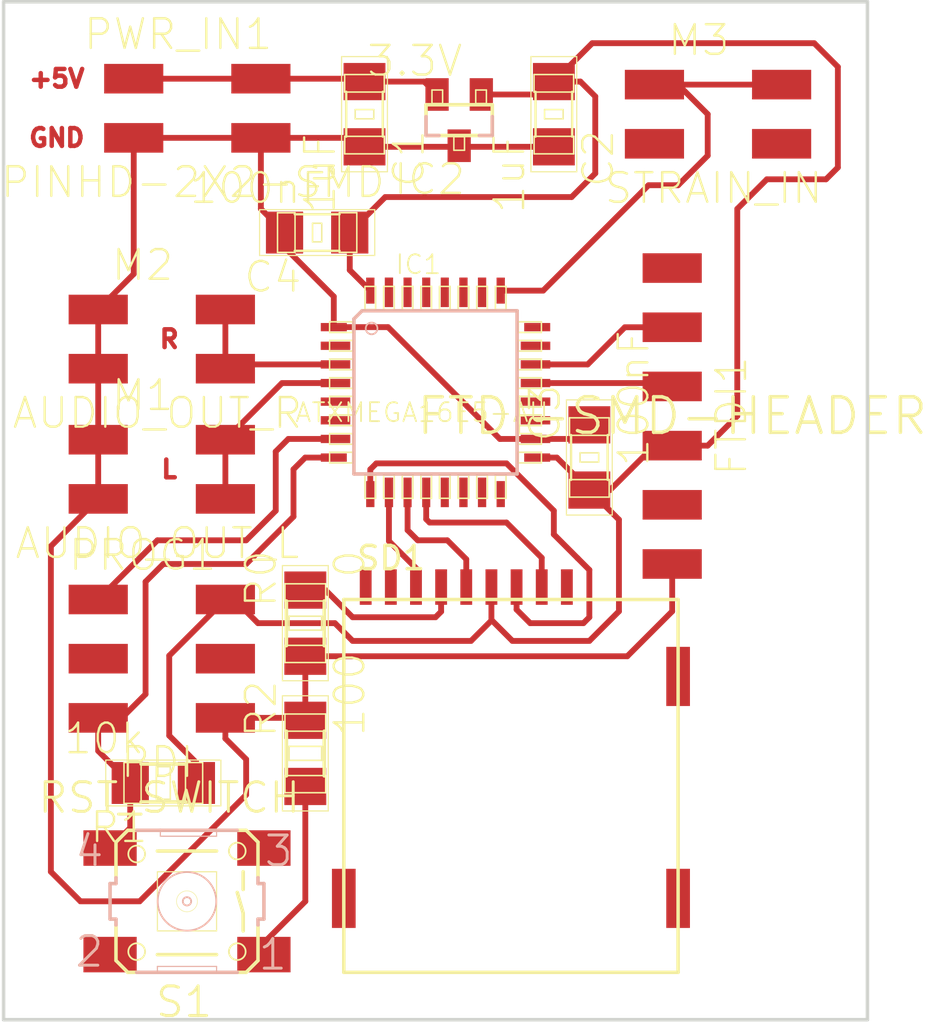
<source format=kicad_pcb>
(kicad_pcb (version 4) (host pcbnew 4.0.6)

  (general
    (links 47)
    (no_connects 1)
    (area 163.119999 100.254999 199.465001 144.220001)
    (thickness 1.6)
    (drawings 8)
    (tracks 159)
    (zones 0)
    (modules 17)
    (nets 44)
  )

  (page A4)
  (layers
    (0 F.Cu signal)
    (31 B.Cu signal)
    (32 B.Adhes user)
    (33 F.Adhes user)
    (34 B.Paste user)
    (35 F.Paste user)
    (36 B.SilkS user)
    (37 F.SilkS user)
    (38 B.Mask user)
    (39 F.Mask user)
    (40 Dwgs.User user)
    (41 Cmts.User user)
    (42 Eco1.User user)
    (43 Eco2.User user)
    (44 Edge.Cuts user)
    (45 Margin user)
    (46 B.CrtYd user)
    (47 F.CrtYd user)
    (48 B.Fab user)
    (49 F.Fab user)
  )

  (setup
    (last_trace_width 0.25)
    (trace_clearance 0.2)
    (zone_clearance 0.508)
    (zone_45_only no)
    (trace_min 0.2)
    (segment_width 0.2)
    (edge_width 0.15)
    (via_size 0.6)
    (via_drill 0.4)
    (via_min_size 0.4)
    (via_min_drill 0.3)
    (uvia_size 0.3)
    (uvia_drill 0.1)
    (uvias_allowed no)
    (uvia_min_size 0.2)
    (uvia_min_drill 0.1)
    (pcb_text_width 0.3)
    (pcb_text_size 1.5 1.5)
    (mod_edge_width 0.15)
    (mod_text_size 1 1)
    (mod_text_width 0.15)
    (pad_size 1.59766 1.80086)
    (pad_drill 0)
    (pad_to_mask_clearance 0.2)
    (aux_axis_origin 0 0)
    (visible_elements FFFFFF7F)
    (pcbplotparams
      (layerselection 0x00030_80000001)
      (usegerberextensions false)
      (excludeedgelayer true)
      (linewidth 0.100000)
      (plotframeref false)
      (viasonmask false)
      (mode 1)
      (useauxorigin false)
      (hpglpennumber 1)
      (hpglpenspeed 20)
      (hpglpendiameter 15)
      (hpglpenoverlay 2)
      (psnegative false)
      (psa4output false)
      (plotreference true)
      (plotvalue true)
      (plotinvisibletext false)
      (padsonsilk false)
      (subtractmaskfromsilk false)
      (outputformat 1)
      (mirror false)
      (drillshape 1)
      (scaleselection 1)
      (outputdirectory ""))
  )

  (net 0 "")
  (net 1 +5V)
  (net 2 GND)
  (net 3 VCC)
  (net 4 "Net-(FTDI1-Pad2)")
  (net 5 /TX)
  (net 6 /RX)
  (net 7 "Net-(FTDI1-Pad6)")
  (net 8 "Net-(IC1-Pad2)")
  (net 9 /AUDIO_R)
  (net 10 /AUDIO_L)
  (net 11 "Net-(IC1-Pad5)")
  (net 12 "Net-(IC1-Pad6)")
  (net 13 /PDI_DATA)
  (net 14 /RST/PDI_CLK)
  (net 15 /MOSI)
  (net 16 /MISO)
  (net 17 /SCK)
  (net 18 /SS)
  (net 19 "Net-(IC1-Pad13)")
  (net 20 "Net-(IC1-Pad14)")
  (net 21 "Net-(IC1-Pad15)")
  (net 22 "Net-(IC1-Pad16)")
  (net 23 "Net-(IC1-Pad19)")
  (net 24 "Net-(IC1-Pad20)")
  (net 25 "Net-(IC1-Pad23)")
  (net 26 "Net-(IC1-Pad24)")
  (net 27 "Net-(IC1-Pad26)")
  (net 28 "Net-(IC1-Pad27)")
  (net 29 "Net-(IC1-Pad28)")
  (net 30 "Net-(IC1-Pad29)")
  (net 31 "Net-(IC1-Pad30)")
  (net 32 "Net-(IC1-Pad31)")
  (net 33 "Net-(PROG1-Pad3)")
  (net 34 "Net-(PROG1-Pad4)")
  (net 35 "Net-(R2-Pad1)")
  (net 36 "Net-(S1-Pad2)")
  (net 37 "Net-(SD1-Pad9)")
  (net 38 "Net-(SD1-Pad8)")
  (net 39 "Net-(SD1-Pad1)")
  (net 40 "Net-(S1-Pad3)")
  (net 41 /STRAIN_VAL)
  (net 42 "Net-(M3-Pad3)")
  (net 43 "Net-(M3-Pad4)")

  (net_class Default "This is the default net class."
    (clearance 0.2)
    (trace_width 0.25)
    (via_dia 0.6)
    (via_drill 0.4)
    (uvia_dia 0.3)
    (uvia_drill 0.1)
    (add_net +5V)
    (add_net /AUDIO_L)
    (add_net /AUDIO_R)
    (add_net /MISO)
    (add_net /MOSI)
    (add_net /PDI_DATA)
    (add_net /RST/PDI_CLK)
    (add_net /RX)
    (add_net /SCK)
    (add_net /SS)
    (add_net /STRAIN_VAL)
    (add_net /TX)
    (add_net GND)
    (add_net "Net-(FTDI1-Pad2)")
    (add_net "Net-(FTDI1-Pad6)")
    (add_net "Net-(IC1-Pad13)")
    (add_net "Net-(IC1-Pad14)")
    (add_net "Net-(IC1-Pad15)")
    (add_net "Net-(IC1-Pad16)")
    (add_net "Net-(IC1-Pad19)")
    (add_net "Net-(IC1-Pad2)")
    (add_net "Net-(IC1-Pad20)")
    (add_net "Net-(IC1-Pad23)")
    (add_net "Net-(IC1-Pad24)")
    (add_net "Net-(IC1-Pad26)")
    (add_net "Net-(IC1-Pad27)")
    (add_net "Net-(IC1-Pad28)")
    (add_net "Net-(IC1-Pad29)")
    (add_net "Net-(IC1-Pad30)")
    (add_net "Net-(IC1-Pad31)")
    (add_net "Net-(IC1-Pad5)")
    (add_net "Net-(IC1-Pad6)")
    (add_net "Net-(M3-Pad3)")
    (add_net "Net-(M3-Pad4)")
    (add_net "Net-(PROG1-Pad3)")
    (add_net "Net-(PROG1-Pad4)")
    (add_net "Net-(R2-Pad1)")
    (add_net "Net-(S1-Pad2)")
    (add_net "Net-(S1-Pad3)")
    (add_net "Net-(SD1-Pad1)")
    (add_net "Net-(SD1-Pad8)")
    (add_net "Net-(SD1-Pad9)")
    (add_net VCC)
  )

  (module fab:fab-C1206 (layer F.Cu) (tedit 200000) (tstamp 5A2B6619)
    (at 179.07 105.41 270)
    (descr CAPACITOR)
    (tags CAPACITOR)
    (path /5A22F88D)
    (attr smd)
    (fp_text reference C1 (at 1.905 -1.905 270) (layer F.SilkS)
      (effects (font (size 1.27 1.27) (thickness 0.1016)))
    )
    (fp_text value 1uF (at 2.54 1.905 270) (layer F.SilkS)
      (effects (font (size 1.27 1.27) (thickness 0.1016)))
    )
    (fp_line (start -1.7018 0.8509) (end -0.94996 0.8509) (layer F.SilkS) (width 0.06604))
    (fp_line (start -0.94996 0.8509) (end -0.94996 -0.84836) (layer F.SilkS) (width 0.06604))
    (fp_line (start -1.7018 -0.84836) (end -0.94996 -0.84836) (layer F.SilkS) (width 0.06604))
    (fp_line (start -1.7018 0.8509) (end -1.7018 -0.84836) (layer F.SilkS) (width 0.06604))
    (fp_line (start 0.94996 0.84836) (end 1.7018 0.84836) (layer F.SilkS) (width 0.06604))
    (fp_line (start 1.7018 0.84836) (end 1.7018 -0.8509) (layer F.SilkS) (width 0.06604))
    (fp_line (start 0.94996 -0.8509) (end 1.7018 -0.8509) (layer F.SilkS) (width 0.06604))
    (fp_line (start 0.94996 0.84836) (end 0.94996 -0.8509) (layer F.SilkS) (width 0.06604))
    (fp_line (start -0.19812 0.39878) (end 0.19812 0.39878) (layer F.SilkS) (width 0.06604))
    (fp_line (start 0.19812 0.39878) (end 0.19812 -0.39878) (layer F.SilkS) (width 0.06604))
    (fp_line (start -0.19812 -0.39878) (end 0.19812 -0.39878) (layer F.SilkS) (width 0.06604))
    (fp_line (start -0.19812 0.39878) (end -0.19812 -0.39878) (layer F.SilkS) (width 0.06604))
    (fp_line (start -2.47142 -0.98298) (end 2.47142 -0.98298) (layer F.SilkS) (width 0.0508))
    (fp_line (start 2.47142 0.98298) (end -2.47142 0.98298) (layer F.SilkS) (width 0.0508))
    (fp_line (start -2.47142 0.98298) (end -2.47142 -0.98298) (layer F.SilkS) (width 0.0508))
    (fp_line (start 2.47142 -0.98298) (end 2.47142 0.98298) (layer F.SilkS) (width 0.0508))
    (fp_line (start -0.96266 -0.78486) (end 0.96266 -0.78486) (layer F.SilkS) (width 0.1016))
    (fp_line (start -0.96266 0.78486) (end 0.96266 0.78486) (layer F.SilkS) (width 0.1016))
    (pad 1 smd rect (at -1.39954 0 270) (size 1.59766 1.79832) (layers F.Cu F.Paste F.Mask)
      (net 1 +5V))
    (pad 2 smd rect (at 1.39954 0 270) (size 1.59766 1.79832) (layers F.Cu F.Paste F.Mask)
      (net 2 GND))
  )

  (module fab:fab-C1206 (layer F.Cu) (tedit 200000) (tstamp 5A2B661F)
    (at 187.198 105.41 270)
    (descr CAPACITOR)
    (tags CAPACITOR)
    (path /5A22F9AB)
    (attr smd)
    (fp_text reference C2 (at 1.905 -1.905 270) (layer F.SilkS)
      (effects (font (size 1.27 1.27) (thickness 0.1016)))
    )
    (fp_text value 1uF (at 2.54 1.905 270) (layer F.SilkS)
      (effects (font (size 1.27 1.27) (thickness 0.1016)))
    )
    (fp_line (start -1.7018 0.8509) (end -0.94996 0.8509) (layer F.SilkS) (width 0.06604))
    (fp_line (start -0.94996 0.8509) (end -0.94996 -0.84836) (layer F.SilkS) (width 0.06604))
    (fp_line (start -1.7018 -0.84836) (end -0.94996 -0.84836) (layer F.SilkS) (width 0.06604))
    (fp_line (start -1.7018 0.8509) (end -1.7018 -0.84836) (layer F.SilkS) (width 0.06604))
    (fp_line (start 0.94996 0.84836) (end 1.7018 0.84836) (layer F.SilkS) (width 0.06604))
    (fp_line (start 1.7018 0.84836) (end 1.7018 -0.8509) (layer F.SilkS) (width 0.06604))
    (fp_line (start 0.94996 -0.8509) (end 1.7018 -0.8509) (layer F.SilkS) (width 0.06604))
    (fp_line (start 0.94996 0.84836) (end 0.94996 -0.8509) (layer F.SilkS) (width 0.06604))
    (fp_line (start -0.19812 0.39878) (end 0.19812 0.39878) (layer F.SilkS) (width 0.06604))
    (fp_line (start 0.19812 0.39878) (end 0.19812 -0.39878) (layer F.SilkS) (width 0.06604))
    (fp_line (start -0.19812 -0.39878) (end 0.19812 -0.39878) (layer F.SilkS) (width 0.06604))
    (fp_line (start -0.19812 0.39878) (end -0.19812 -0.39878) (layer F.SilkS) (width 0.06604))
    (fp_line (start -2.47142 -0.98298) (end 2.47142 -0.98298) (layer F.SilkS) (width 0.0508))
    (fp_line (start 2.47142 0.98298) (end -2.47142 0.98298) (layer F.SilkS) (width 0.0508))
    (fp_line (start -2.47142 0.98298) (end -2.47142 -0.98298) (layer F.SilkS) (width 0.0508))
    (fp_line (start 2.47142 -0.98298) (end 2.47142 0.98298) (layer F.SilkS) (width 0.0508))
    (fp_line (start -0.96266 -0.78486) (end 0.96266 -0.78486) (layer F.SilkS) (width 0.1016))
    (fp_line (start -0.96266 0.78486) (end 0.96266 0.78486) (layer F.SilkS) (width 0.1016))
    (pad 1 smd rect (at -1.39954 0 270) (size 1.59766 1.79832) (layers F.Cu F.Paste F.Mask)
      (net 3 VCC))
    (pad 2 smd rect (at 1.39954 0 270) (size 1.59766 1.79832) (layers F.Cu F.Paste F.Mask)
      (net 2 GND))
  )

  (module fab:fab-C1206 (layer F.Cu) (tedit 200000) (tstamp 5A2B6625)
    (at 188.722 120.142 90)
    (descr CAPACITOR)
    (tags CAPACITOR)
    (path /5A23035B)
    (attr smd)
    (fp_text reference C3 (at 1.905 -1.905 90) (layer F.SilkS)
      (effects (font (size 1.27 1.27) (thickness 0.1016)))
    )
    (fp_text value 100nF (at 2.54 1.905 90) (layer F.SilkS)
      (effects (font (size 1.27 1.27) (thickness 0.1016)))
    )
    (fp_line (start -1.7018 0.8509) (end -0.94996 0.8509) (layer F.SilkS) (width 0.06604))
    (fp_line (start -0.94996 0.8509) (end -0.94996 -0.84836) (layer F.SilkS) (width 0.06604))
    (fp_line (start -1.7018 -0.84836) (end -0.94996 -0.84836) (layer F.SilkS) (width 0.06604))
    (fp_line (start -1.7018 0.8509) (end -1.7018 -0.84836) (layer F.SilkS) (width 0.06604))
    (fp_line (start 0.94996 0.84836) (end 1.7018 0.84836) (layer F.SilkS) (width 0.06604))
    (fp_line (start 1.7018 0.84836) (end 1.7018 -0.8509) (layer F.SilkS) (width 0.06604))
    (fp_line (start 0.94996 -0.8509) (end 1.7018 -0.8509) (layer F.SilkS) (width 0.06604))
    (fp_line (start 0.94996 0.84836) (end 0.94996 -0.8509) (layer F.SilkS) (width 0.06604))
    (fp_line (start -0.19812 0.39878) (end 0.19812 0.39878) (layer F.SilkS) (width 0.06604))
    (fp_line (start 0.19812 0.39878) (end 0.19812 -0.39878) (layer F.SilkS) (width 0.06604))
    (fp_line (start -0.19812 -0.39878) (end 0.19812 -0.39878) (layer F.SilkS) (width 0.06604))
    (fp_line (start -0.19812 0.39878) (end -0.19812 -0.39878) (layer F.SilkS) (width 0.06604))
    (fp_line (start -2.47142 -0.98298) (end 2.47142 -0.98298) (layer F.SilkS) (width 0.0508))
    (fp_line (start 2.47142 0.98298) (end -2.47142 0.98298) (layer F.SilkS) (width 0.0508))
    (fp_line (start -2.47142 0.98298) (end -2.47142 -0.98298) (layer F.SilkS) (width 0.0508))
    (fp_line (start 2.47142 -0.98298) (end 2.47142 0.98298) (layer F.SilkS) (width 0.0508))
    (fp_line (start -0.96266 -0.78486) (end 0.96266 -0.78486) (layer F.SilkS) (width 0.1016))
    (fp_line (start -0.96266 0.78486) (end 0.96266 0.78486) (layer F.SilkS) (width 0.1016))
    (pad 1 smd rect (at -1.39954 0 90) (size 1.59766 1.79832) (layers F.Cu F.Paste F.Mask)
      (net 3 VCC))
    (pad 2 smd rect (at 1.39954 0 90) (size 1.59766 1.79832) (layers F.Cu F.Paste F.Mask)
      (net 2 GND))
  )

  (module fab:fab-C1206 (layer F.Cu) (tedit 200000) (tstamp 5A2B662B)
    (at 177.038 110.49 180)
    (descr CAPACITOR)
    (tags CAPACITOR)
    (path /5A230565)
    (attr smd)
    (fp_text reference C4 (at 1.905 -1.905 180) (layer F.SilkS)
      (effects (font (size 1.27 1.27) (thickness 0.1016)))
    )
    (fp_text value 100nF (at 2.54 1.905 180) (layer F.SilkS)
      (effects (font (size 1.27 1.27) (thickness 0.1016)))
    )
    (fp_line (start -1.7018 0.8509) (end -0.94996 0.8509) (layer F.SilkS) (width 0.06604))
    (fp_line (start -0.94996 0.8509) (end -0.94996 -0.84836) (layer F.SilkS) (width 0.06604))
    (fp_line (start -1.7018 -0.84836) (end -0.94996 -0.84836) (layer F.SilkS) (width 0.06604))
    (fp_line (start -1.7018 0.8509) (end -1.7018 -0.84836) (layer F.SilkS) (width 0.06604))
    (fp_line (start 0.94996 0.84836) (end 1.7018 0.84836) (layer F.SilkS) (width 0.06604))
    (fp_line (start 1.7018 0.84836) (end 1.7018 -0.8509) (layer F.SilkS) (width 0.06604))
    (fp_line (start 0.94996 -0.8509) (end 1.7018 -0.8509) (layer F.SilkS) (width 0.06604))
    (fp_line (start 0.94996 0.84836) (end 0.94996 -0.8509) (layer F.SilkS) (width 0.06604))
    (fp_line (start -0.19812 0.39878) (end 0.19812 0.39878) (layer F.SilkS) (width 0.06604))
    (fp_line (start 0.19812 0.39878) (end 0.19812 -0.39878) (layer F.SilkS) (width 0.06604))
    (fp_line (start -0.19812 -0.39878) (end 0.19812 -0.39878) (layer F.SilkS) (width 0.06604))
    (fp_line (start -0.19812 0.39878) (end -0.19812 -0.39878) (layer F.SilkS) (width 0.06604))
    (fp_line (start -2.47142 -0.98298) (end 2.47142 -0.98298) (layer F.SilkS) (width 0.0508))
    (fp_line (start 2.47142 0.98298) (end -2.47142 0.98298) (layer F.SilkS) (width 0.0508))
    (fp_line (start -2.47142 0.98298) (end -2.47142 -0.98298) (layer F.SilkS) (width 0.0508))
    (fp_line (start 2.47142 -0.98298) (end 2.47142 0.98298) (layer F.SilkS) (width 0.0508))
    (fp_line (start -0.96266 -0.78486) (end 0.96266 -0.78486) (layer F.SilkS) (width 0.1016))
    (fp_line (start -0.96266 0.78486) (end 0.96266 0.78486) (layer F.SilkS) (width 0.1016))
    (pad 1 smd rect (at -1.39954 0 180) (size 1.59766 1.79832) (layers F.Cu F.Paste F.Mask)
      (net 3 VCC))
    (pad 2 smd rect (at 1.39954 0 180) (size 1.59766 1.79832) (layers F.Cu F.Paste F.Mask)
      (net 2 GND))
  )

  (module fab:fab-1X06SMD (layer F.Cu) (tedit 200000) (tstamp 5A2B6635)
    (at 192.278 118.364 180)
    (path /5A22F867)
    (attr smd)
    (fp_text reference FTDI1 (at -2.54 0 270) (layer F.SilkS)
      (effects (font (size 1.27 1.27) (thickness 0.1016)))
    )
    (fp_text value FTDI-SMD-HEADER (at 0 0 180) (layer F.SilkS)
      (effects (font (thickness 0.15)))
    )
    (pad 1 smd rect (at 0 -6.35 180) (size 2.54 1.27) (layers F.Cu F.Paste F.Mask)
      (net 2 GND))
    (pad 2 smd rect (at 0 -3.81 180) (size 2.54 1.27) (layers F.Cu F.Paste F.Mask)
      (net 4 "Net-(FTDI1-Pad2)"))
    (pad 3 smd rect (at 0 -1.27 180) (size 2.54 1.27) (layers F.Cu F.Paste F.Mask)
      (net 3 VCC))
    (pad 4 smd rect (at 0 1.27 180) (size 2.54 1.27) (layers F.Cu F.Paste F.Mask)
      (net 5 /TX))
    (pad 5 smd rect (at 0 3.81 180) (size 2.54 1.27) (layers F.Cu F.Paste F.Mask)
      (net 6 /RX))
    (pad 6 smd rect (at 0 6.35 180) (size 2.54 1.27) (layers F.Cu F.Paste F.Mask)
      (net 7 "Net-(FTDI1-Pad6)"))
  )

  (module fab:fab-TQFP32-08THIN (layer F.Cu) (tedit 200000) (tstamp 5A2B6659)
    (at 182.118 117.348)
    (path /5A22EE01)
    (attr smd)
    (fp_text reference IC1 (at -0.7366 -5.4864) (layer F.SilkS)
      (effects (font (size 0.8128 0.8128) (thickness 0.0762)))
    )
    (fp_text value ATXMEGA16E5-AU (at -0.5842 0.8636) (layer F.SilkS)
      (effects (font (size 0.8128 0.8128) (thickness 0.0762)))
    )
    (fp_line (start -4.5466 -2.57048) (end -3.556 -2.57048) (layer F.SilkS) (width 0.06604))
    (fp_line (start -3.556 -2.57048) (end -3.556 -3.02768) (layer F.SilkS) (width 0.06604))
    (fp_line (start -4.5466 -3.02768) (end -3.556 -3.02768) (layer F.SilkS) (width 0.06604))
    (fp_line (start -4.5466 -2.57048) (end -4.5466 -3.02768) (layer F.SilkS) (width 0.06604))
    (fp_line (start -4.5466 -1.77038) (end -3.556 -1.77038) (layer F.SilkS) (width 0.06604))
    (fp_line (start -3.556 -1.77038) (end -3.556 -2.22758) (layer F.SilkS) (width 0.06604))
    (fp_line (start -4.5466 -2.22758) (end -3.556 -2.22758) (layer F.SilkS) (width 0.06604))
    (fp_line (start -4.5466 -1.77038) (end -4.5466 -2.22758) (layer F.SilkS) (width 0.06604))
    (fp_line (start -4.5466 -0.97028) (end -3.556 -0.97028) (layer F.SilkS) (width 0.06604))
    (fp_line (start -3.556 -0.97028) (end -3.556 -1.42748) (layer F.SilkS) (width 0.06604))
    (fp_line (start -4.5466 -1.42748) (end -3.556 -1.42748) (layer F.SilkS) (width 0.06604))
    (fp_line (start -4.5466 -0.97028) (end -4.5466 -1.42748) (layer F.SilkS) (width 0.06604))
    (fp_line (start -4.5466 -0.17018) (end -3.556 -0.17018) (layer F.SilkS) (width 0.06604))
    (fp_line (start -3.556 -0.17018) (end -3.556 -0.62738) (layer F.SilkS) (width 0.06604))
    (fp_line (start -4.5466 -0.62738) (end -3.556 -0.62738) (layer F.SilkS) (width 0.06604))
    (fp_line (start -4.5466 -0.17018) (end -4.5466 -0.62738) (layer F.SilkS) (width 0.06604))
    (fp_line (start -4.5466 0.62738) (end -3.556 0.62738) (layer F.SilkS) (width 0.06604))
    (fp_line (start -3.556 0.62738) (end -3.556 0.17018) (layer F.SilkS) (width 0.06604))
    (fp_line (start -4.5466 0.17018) (end -3.556 0.17018) (layer F.SilkS) (width 0.06604))
    (fp_line (start -4.5466 0.62738) (end -4.5466 0.17018) (layer F.SilkS) (width 0.06604))
    (fp_line (start -4.5466 1.42748) (end -3.556 1.42748) (layer F.SilkS) (width 0.06604))
    (fp_line (start -3.556 1.42748) (end -3.556 0.97028) (layer F.SilkS) (width 0.06604))
    (fp_line (start -4.5466 0.97028) (end -3.556 0.97028) (layer F.SilkS) (width 0.06604))
    (fp_line (start -4.5466 1.42748) (end -4.5466 0.97028) (layer F.SilkS) (width 0.06604))
    (fp_line (start -4.5466 2.22758) (end -3.556 2.22758) (layer F.SilkS) (width 0.06604))
    (fp_line (start -3.556 2.22758) (end -3.556 1.77038) (layer F.SilkS) (width 0.06604))
    (fp_line (start -4.5466 1.77038) (end -3.556 1.77038) (layer F.SilkS) (width 0.06604))
    (fp_line (start -4.5466 2.22758) (end -4.5466 1.77038) (layer F.SilkS) (width 0.06604))
    (fp_line (start -4.5466 3.02768) (end -3.556 3.02768) (layer F.SilkS) (width 0.06604))
    (fp_line (start -3.556 3.02768) (end -3.556 2.57048) (layer F.SilkS) (width 0.06604))
    (fp_line (start -4.5466 2.57048) (end -3.556 2.57048) (layer F.SilkS) (width 0.06604))
    (fp_line (start -4.5466 3.02768) (end -4.5466 2.57048) (layer F.SilkS) (width 0.06604))
    (fp_line (start -3.02768 4.5466) (end -2.57048 4.5466) (layer F.SilkS) (width 0.06604))
    (fp_line (start -2.57048 4.5466) (end -2.57048 3.556) (layer F.SilkS) (width 0.06604))
    (fp_line (start -3.02768 3.556) (end -2.57048 3.556) (layer F.SilkS) (width 0.06604))
    (fp_line (start -3.02768 4.5466) (end -3.02768 3.556) (layer F.SilkS) (width 0.06604))
    (fp_line (start -2.22758 4.5466) (end -1.77038 4.5466) (layer F.SilkS) (width 0.06604))
    (fp_line (start -1.77038 4.5466) (end -1.77038 3.556) (layer F.SilkS) (width 0.06604))
    (fp_line (start -2.22758 3.556) (end -1.77038 3.556) (layer F.SilkS) (width 0.06604))
    (fp_line (start -2.22758 4.5466) (end -2.22758 3.556) (layer F.SilkS) (width 0.06604))
    (fp_line (start -1.42748 4.5466) (end -0.97028 4.5466) (layer F.SilkS) (width 0.06604))
    (fp_line (start -0.97028 4.5466) (end -0.97028 3.556) (layer F.SilkS) (width 0.06604))
    (fp_line (start -1.42748 3.556) (end -0.97028 3.556) (layer F.SilkS) (width 0.06604))
    (fp_line (start -1.42748 4.5466) (end -1.42748 3.556) (layer F.SilkS) (width 0.06604))
    (fp_line (start -0.62738 4.5466) (end -0.17018 4.5466) (layer F.SilkS) (width 0.06604))
    (fp_line (start -0.17018 4.5466) (end -0.17018 3.556) (layer F.SilkS) (width 0.06604))
    (fp_line (start -0.62738 3.556) (end -0.17018 3.556) (layer F.SilkS) (width 0.06604))
    (fp_line (start -0.62738 4.5466) (end -0.62738 3.556) (layer F.SilkS) (width 0.06604))
    (fp_line (start 0.17018 4.5466) (end 0.62738 4.5466) (layer F.SilkS) (width 0.06604))
    (fp_line (start 0.62738 4.5466) (end 0.62738 3.556) (layer F.SilkS) (width 0.06604))
    (fp_line (start 0.17018 3.556) (end 0.62738 3.556) (layer F.SilkS) (width 0.06604))
    (fp_line (start 0.17018 4.5466) (end 0.17018 3.556) (layer F.SilkS) (width 0.06604))
    (fp_line (start 0.97028 4.5466) (end 1.42748 4.5466) (layer F.SilkS) (width 0.06604))
    (fp_line (start 1.42748 4.5466) (end 1.42748 3.556) (layer F.SilkS) (width 0.06604))
    (fp_line (start 0.97028 3.556) (end 1.42748 3.556) (layer F.SilkS) (width 0.06604))
    (fp_line (start 0.97028 4.5466) (end 0.97028 3.556) (layer F.SilkS) (width 0.06604))
    (fp_line (start 1.77038 4.5466) (end 2.22758 4.5466) (layer F.SilkS) (width 0.06604))
    (fp_line (start 2.22758 4.5466) (end 2.22758 3.556) (layer F.SilkS) (width 0.06604))
    (fp_line (start 1.77038 3.556) (end 2.22758 3.556) (layer F.SilkS) (width 0.06604))
    (fp_line (start 1.77038 4.5466) (end 1.77038 3.556) (layer F.SilkS) (width 0.06604))
    (fp_line (start 2.57048 4.5466) (end 3.02768 4.5466) (layer F.SilkS) (width 0.06604))
    (fp_line (start 3.02768 4.5466) (end 3.02768 3.556) (layer F.SilkS) (width 0.06604))
    (fp_line (start 2.57048 3.556) (end 3.02768 3.556) (layer F.SilkS) (width 0.06604))
    (fp_line (start 2.57048 4.5466) (end 2.57048 3.556) (layer F.SilkS) (width 0.06604))
    (fp_line (start 3.556 3.02768) (end 4.5466 3.02768) (layer F.SilkS) (width 0.06604))
    (fp_line (start 4.5466 3.02768) (end 4.5466 2.57048) (layer F.SilkS) (width 0.06604))
    (fp_line (start 3.556 2.57048) (end 4.5466 2.57048) (layer F.SilkS) (width 0.06604))
    (fp_line (start 3.556 3.02768) (end 3.556 2.57048) (layer F.SilkS) (width 0.06604))
    (fp_line (start 3.556 2.22758) (end 4.5466 2.22758) (layer F.SilkS) (width 0.06604))
    (fp_line (start 4.5466 2.22758) (end 4.5466 1.77038) (layer F.SilkS) (width 0.06604))
    (fp_line (start 3.556 1.77038) (end 4.5466 1.77038) (layer F.SilkS) (width 0.06604))
    (fp_line (start 3.556 2.22758) (end 3.556 1.77038) (layer F.SilkS) (width 0.06604))
    (fp_line (start 3.556 1.42748) (end 4.5466 1.42748) (layer F.SilkS) (width 0.06604))
    (fp_line (start 4.5466 1.42748) (end 4.5466 0.97028) (layer F.SilkS) (width 0.06604))
    (fp_line (start 3.556 0.97028) (end 4.5466 0.97028) (layer F.SilkS) (width 0.06604))
    (fp_line (start 3.556 1.42748) (end 3.556 0.97028) (layer F.SilkS) (width 0.06604))
    (fp_line (start 3.556 0.62738) (end 4.5466 0.62738) (layer F.SilkS) (width 0.06604))
    (fp_line (start 4.5466 0.62738) (end 4.5466 0.17018) (layer F.SilkS) (width 0.06604))
    (fp_line (start 3.556 0.17018) (end 4.5466 0.17018) (layer F.SilkS) (width 0.06604))
    (fp_line (start 3.556 0.62738) (end 3.556 0.17018) (layer F.SilkS) (width 0.06604))
    (fp_line (start 3.556 -0.17018) (end 4.5466 -0.17018) (layer F.SilkS) (width 0.06604))
    (fp_line (start 4.5466 -0.17018) (end 4.5466 -0.62738) (layer F.SilkS) (width 0.06604))
    (fp_line (start 3.556 -0.62738) (end 4.5466 -0.62738) (layer F.SilkS) (width 0.06604))
    (fp_line (start 3.556 -0.17018) (end 3.556 -0.62738) (layer F.SilkS) (width 0.06604))
    (fp_line (start 3.556 -0.97028) (end 4.5466 -0.97028) (layer F.SilkS) (width 0.06604))
    (fp_line (start 4.5466 -0.97028) (end 4.5466 -1.42748) (layer F.SilkS) (width 0.06604))
    (fp_line (start 3.556 -1.42748) (end 4.5466 -1.42748) (layer F.SilkS) (width 0.06604))
    (fp_line (start 3.556 -0.97028) (end 3.556 -1.42748) (layer F.SilkS) (width 0.06604))
    (fp_line (start 3.556 -1.77038) (end 4.5466 -1.77038) (layer F.SilkS) (width 0.06604))
    (fp_line (start 4.5466 -1.77038) (end 4.5466 -2.22758) (layer F.SilkS) (width 0.06604))
    (fp_line (start 3.556 -2.22758) (end 4.5466 -2.22758) (layer F.SilkS) (width 0.06604))
    (fp_line (start 3.556 -1.77038) (end 3.556 -2.22758) (layer F.SilkS) (width 0.06604))
    (fp_line (start 3.556 -2.57048) (end 4.5466 -2.57048) (layer F.SilkS) (width 0.06604))
    (fp_line (start 4.5466 -2.57048) (end 4.5466 -3.02768) (layer F.SilkS) (width 0.06604))
    (fp_line (start 3.556 -3.02768) (end 4.5466 -3.02768) (layer F.SilkS) (width 0.06604))
    (fp_line (start 3.556 -2.57048) (end 3.556 -3.02768) (layer F.SilkS) (width 0.06604))
    (fp_line (start 2.57048 -3.556) (end 3.02768 -3.556) (layer F.SilkS) (width 0.06604))
    (fp_line (start 3.02768 -3.556) (end 3.02768 -4.5466) (layer F.SilkS) (width 0.06604))
    (fp_line (start 2.57048 -4.5466) (end 3.02768 -4.5466) (layer F.SilkS) (width 0.06604))
    (fp_line (start 2.57048 -3.556) (end 2.57048 -4.5466) (layer F.SilkS) (width 0.06604))
    (fp_line (start 1.77038 -3.556) (end 2.22758 -3.556) (layer F.SilkS) (width 0.06604))
    (fp_line (start 2.22758 -3.556) (end 2.22758 -4.5466) (layer F.SilkS) (width 0.06604))
    (fp_line (start 1.77038 -4.5466) (end 2.22758 -4.5466) (layer F.SilkS) (width 0.06604))
    (fp_line (start 1.77038 -3.556) (end 1.77038 -4.5466) (layer F.SilkS) (width 0.06604))
    (fp_line (start 0.97028 -3.556) (end 1.42748 -3.556) (layer F.SilkS) (width 0.06604))
    (fp_line (start 1.42748 -3.556) (end 1.42748 -4.5466) (layer F.SilkS) (width 0.06604))
    (fp_line (start 0.97028 -4.5466) (end 1.42748 -4.5466) (layer F.SilkS) (width 0.06604))
    (fp_line (start 0.97028 -3.556) (end 0.97028 -4.5466) (layer F.SilkS) (width 0.06604))
    (fp_line (start 0.17018 -3.556) (end 0.62738 -3.556) (layer F.SilkS) (width 0.06604))
    (fp_line (start 0.62738 -3.556) (end 0.62738 -4.5466) (layer F.SilkS) (width 0.06604))
    (fp_line (start 0.17018 -4.5466) (end 0.62738 -4.5466) (layer F.SilkS) (width 0.06604))
    (fp_line (start 0.17018 -3.556) (end 0.17018 -4.5466) (layer F.SilkS) (width 0.06604))
    (fp_line (start -0.62738 -3.556) (end -0.17018 -3.556) (layer F.SilkS) (width 0.06604))
    (fp_line (start -0.17018 -3.556) (end -0.17018 -4.5466) (layer F.SilkS) (width 0.06604))
    (fp_line (start -0.62738 -4.5466) (end -0.17018 -4.5466) (layer F.SilkS) (width 0.06604))
    (fp_line (start -0.62738 -3.556) (end -0.62738 -4.5466) (layer F.SilkS) (width 0.06604))
    (fp_line (start -1.42748 -3.556) (end -0.97028 -3.556) (layer F.SilkS) (width 0.06604))
    (fp_line (start -0.97028 -3.556) (end -0.97028 -4.5466) (layer F.SilkS) (width 0.06604))
    (fp_line (start -1.42748 -4.5466) (end -0.97028 -4.5466) (layer F.SilkS) (width 0.06604))
    (fp_line (start -1.42748 -3.556) (end -1.42748 -4.5466) (layer F.SilkS) (width 0.06604))
    (fp_line (start -2.22758 -3.556) (end -1.77038 -3.556) (layer F.SilkS) (width 0.06604))
    (fp_line (start -1.77038 -3.556) (end -1.77038 -4.5466) (layer F.SilkS) (width 0.06604))
    (fp_line (start -2.22758 -4.5466) (end -1.77038 -4.5466) (layer F.SilkS) (width 0.06604))
    (fp_line (start -2.22758 -3.556) (end -2.22758 -4.5466) (layer F.SilkS) (width 0.06604))
    (fp_line (start -3.02768 -3.556) (end -2.57048 -3.556) (layer F.SilkS) (width 0.06604))
    (fp_line (start -2.57048 -3.556) (end -2.57048 -4.5466) (layer F.SilkS) (width 0.06604))
    (fp_line (start -3.02768 -4.5466) (end -2.57048 -4.5466) (layer F.SilkS) (width 0.06604))
    (fp_line (start -3.02768 -3.556) (end -3.02768 -4.5466) (layer F.SilkS) (width 0.06604))
    (fp_line (start 3.50266 -3.50266) (end 3.50266 3.50266) (layer B.SilkS) (width 0.1524))
    (fp_line (start 3.50266 3.50266) (end -3.50266 3.50266) (layer B.SilkS) (width 0.1524))
    (fp_line (start -3.50266 3.50266) (end -3.50266 -3.1496) (layer B.SilkS) (width 0.1524))
    (fp_line (start -3.1496 -3.50266) (end 3.50266 -3.50266) (layer B.SilkS) (width 0.1524))
    (fp_line (start -3.1496 -3.50266) (end -3.50266 -3.1496) (layer B.SilkS) (width 0.1524))
    (fp_circle (center -2.7432 -2.7432) (end -2.921 -2.921) (layer B.SilkS) (width 0.0762))
    (pad 1 smd rect (at -4.36626 -2.79908) (size 1.1176 0.3556) (layers F.Cu F.Paste F.Mask)
      (net 2 GND))
    (pad 2 smd rect (at -4.2926 -1.99898) (size 1.27 0.3556) (layers F.Cu F.Paste F.Mask)
      (net 8 "Net-(IC1-Pad2)"))
    (pad 3 smd rect (at -4.2926 -1.19888) (size 1.27 0.3556) (layers F.Cu F.Paste F.Mask)
      (net 9 /AUDIO_R))
    (pad 4 smd rect (at -4.2926 -0.39878) (size 1.27 0.3556) (layers F.Cu F.Paste F.Mask)
      (net 10 /AUDIO_L))
    (pad 5 smd rect (at -4.2926 0.39878) (size 1.27 0.3556) (layers F.Cu F.Paste F.Mask)
      (net 11 "Net-(IC1-Pad5)"))
    (pad 6 smd rect (at -4.2926 1.19888) (size 1.27 0.3556) (layers F.Cu F.Paste F.Mask)
      (net 12 "Net-(IC1-Pad6)"))
    (pad 7 smd rect (at -4.2926 1.99898) (size 1.27 0.3556) (layers F.Cu F.Paste F.Mask)
      (net 13 /PDI_DATA))
    (pad 8 smd rect (at -4.36626 2.79908) (size 1.1176 0.3556) (layers F.Cu F.Paste F.Mask)
      (net 14 /RST/PDI_CLK))
    (pad 9 smd rect (at -2.79908 4.36626) (size 0.3556 1.1176) (layers F.Cu F.Paste F.Mask)
      (net 15 /MOSI))
    (pad 10 smd rect (at -1.99898 4.2926) (size 0.3556 1.27) (layers F.Cu F.Paste F.Mask)
      (net 16 /MISO))
    (pad 11 smd rect (at -1.19888 4.2926) (size 0.34798 1.27) (layers F.Cu F.Paste F.Mask)
      (net 17 /SCK))
    (pad 12 smd rect (at -0.39878 4.2926) (size 0.34798 1.27) (layers F.Cu F.Paste F.Mask)
      (net 18 /SS))
    (pad 13 smd rect (at 0.39878 4.2926) (size 0.34798 1.27) (layers F.Cu F.Paste F.Mask)
      (net 19 "Net-(IC1-Pad13)"))
    (pad 14 smd rect (at 1.19888 4.2926) (size 0.3556 1.27) (layers F.Cu F.Paste F.Mask)
      (net 20 "Net-(IC1-Pad14)"))
    (pad 15 smd rect (at 1.99898 4.2926) (size 0.3556 1.27) (layers F.Cu F.Paste F.Mask)
      (net 21 "Net-(IC1-Pad15)"))
    (pad 16 smd rect (at 2.79908 4.36626) (size 0.3556 1.1176) (layers F.Cu F.Paste F.Mask)
      (net 22 "Net-(IC1-Pad16)"))
    (pad 17 smd rect (at 4.36626 2.79908) (size 1.1176 0.3556) (layers F.Cu F.Paste F.Mask)
      (net 3 VCC))
    (pad 18 smd rect (at 4.2926 1.99898) (size 1.27 0.3556) (layers F.Cu F.Paste F.Mask)
      (net 2 GND))
    (pad 19 smd rect (at 4.2926 1.19888) (size 1.27 0.3556) (layers F.Cu F.Paste F.Mask)
      (net 23 "Net-(IC1-Pad19)"))
    (pad 20 smd rect (at 4.2926 0.39878) (size 1.27 0.3556) (layers F.Cu F.Paste F.Mask)
      (net 24 "Net-(IC1-Pad20)"))
    (pad 21 smd rect (at 4.2926 -0.39878) (size 1.27 0.3556) (layers F.Cu F.Paste F.Mask)
      (net 5 /TX))
    (pad 22 smd rect (at 4.2926 -1.19888) (size 1.27 0.3556) (layers F.Cu F.Paste F.Mask)
      (net 6 /RX))
    (pad 23 smd rect (at 4.2926 -1.99898) (size 1.27 0.3556) (layers F.Cu F.Paste F.Mask)
      (net 25 "Net-(IC1-Pad23)"))
    (pad 24 smd rect (at 4.36626 -2.79908) (size 1.1176 0.3556) (layers F.Cu F.Paste F.Mask)
      (net 26 "Net-(IC1-Pad24)"))
    (pad 25 smd rect (at 2.79908 -4.36626) (size 0.3556 1.1176) (layers F.Cu F.Paste F.Mask)
      (net 41 /STRAIN_VAL))
    (pad 26 smd rect (at 1.99898 -4.2926) (size 0.3556 1.27) (layers F.Cu F.Paste F.Mask)
      (net 27 "Net-(IC1-Pad26)"))
    (pad 27 smd rect (at 1.19888 -4.2926) (size 0.3556 1.27) (layers F.Cu F.Paste F.Mask)
      (net 28 "Net-(IC1-Pad27)"))
    (pad 28 smd rect (at 0.39878 -4.2926) (size 0.34798 1.27) (layers F.Cu F.Paste F.Mask)
      (net 29 "Net-(IC1-Pad28)"))
    (pad 29 smd rect (at -0.39878 -4.2926) (size 0.34798 1.27) (layers F.Cu F.Paste F.Mask)
      (net 30 "Net-(IC1-Pad29)"))
    (pad 30 smd rect (at -1.19888 -4.2926) (size 0.34798 1.27) (layers F.Cu F.Paste F.Mask)
      (net 31 "Net-(IC1-Pad30)"))
    (pad 31 smd rect (at -1.99898 -4.2926) (size 0.3556 1.27) (layers F.Cu F.Paste F.Mask)
      (net 32 "Net-(IC1-Pad31)"))
    (pad 32 smd rect (at -2.79908 -4.36626) (size 0.3556 1.1176) (layers F.Cu F.Paste F.Mask)
      (net 3 VCC))
  )

  (module fab:fab-SOT23 (layer F.Cu) (tedit 200000) (tstamp 5A2B6660)
    (at 183.134 105.664 180)
    (descr "SOT 23")
    (tags "SOT 23")
    (path /5A22EEB4)
    (attr smd)
    (fp_text reference IC2 (at 1.27 -2.54 180) (layer F.SilkS)
      (effects (font (size 1.27 1.27) (thickness 0.1016)))
    )
    (fp_text value 3.3V (at 1.905 2.54 180) (layer F.SilkS)
      (effects (font (size 1.27 1.27) (thickness 0.1016)))
    )
    (fp_line (start -0.2286 -0.7112) (end 0.2286 -0.7112) (layer F.SilkS) (width 0.06604))
    (fp_line (start 0.2286 -0.7112) (end 0.2286 -1.29286) (layer F.SilkS) (width 0.06604))
    (fp_line (start -0.2286 -1.29286) (end 0.2286 -1.29286) (layer F.SilkS) (width 0.06604))
    (fp_line (start -0.2286 -0.7112) (end -0.2286 -1.29286) (layer F.SilkS) (width 0.06604))
    (fp_line (start 0.7112 1.29286) (end 1.1684 1.29286) (layer F.SilkS) (width 0.06604))
    (fp_line (start 1.1684 1.29286) (end 1.1684 0.7112) (layer F.SilkS) (width 0.06604))
    (fp_line (start 0.7112 0.7112) (end 1.1684 0.7112) (layer F.SilkS) (width 0.06604))
    (fp_line (start 0.7112 1.29286) (end 0.7112 0.7112) (layer F.SilkS) (width 0.06604))
    (fp_line (start -1.1684 1.29286) (end -0.7112 1.29286) (layer F.SilkS) (width 0.06604))
    (fp_line (start -0.7112 1.29286) (end -0.7112 0.7112) (layer F.SilkS) (width 0.06604))
    (fp_line (start -1.1684 0.7112) (end -0.7112 0.7112) (layer F.SilkS) (width 0.06604))
    (fp_line (start -1.1684 1.29286) (end -1.1684 0.7112) (layer F.SilkS) (width 0.06604))
    (fp_line (start 1.4224 -0.6604) (end 1.4224 0.6604) (layer F.SilkS) (width 0.1524))
    (fp_line (start 1.4224 0.6604) (end -1.4224 0.6604) (layer F.SilkS) (width 0.1524))
    (fp_line (start -1.4224 0.6604) (end -1.4224 -0.6604) (layer F.SilkS) (width 0.1524))
    (fp_line (start -1.4224 -0.6604) (end 1.4224 -0.6604) (layer F.SilkS) (width 0.1524))
    (fp_line (start -1.4224 0.1524) (end -1.4224 -0.6604) (layer B.SilkS) (width 0.1524))
    (fp_line (start -1.4224 -0.6604) (end -0.8636 -0.6604) (layer B.SilkS) (width 0.1524))
    (fp_line (start 1.4224 -0.6604) (end 1.4224 0.1524) (layer B.SilkS) (width 0.1524))
    (fp_line (start 0.8636 -0.6604) (end 1.4224 -0.6604) (layer B.SilkS) (width 0.1524))
    (pad 1 smd rect (at -0.94996 1.09982 180) (size 0.99822 1.39954) (layers F.Cu F.Paste F.Mask)
      (net 3 VCC))
    (pad 2 smd rect (at 0.94996 1.09982 180) (size 0.99822 1.39954) (layers F.Cu F.Paste F.Mask)
      (net 1 +5V))
    (pad 3 smd rect (at 0 -1.09982 180) (size 0.99822 1.39954) (layers F.Cu F.Paste F.Mask)
      (net 2 GND))
  )

  (module fab:fab-2X02SMD (layer F.Cu) (tedit 200000) (tstamp 5A2B6668)
    (at 170.18 120.65)
    (path /5A25912E)
    (attr smd)
    (fp_text reference M1 (at -0.635 -3.175) (layer F.SilkS)
      (effects (font (size 1.27 1.27) (thickness 0.1016)))
    )
    (fp_text value AUDIO_OUT_L (at 0 3.175) (layer F.SilkS)
      (effects (font (size 1.27 1.27) (thickness 0.1016)))
    )
    (pad 1 smd rect (at -2.54 -1.27) (size 2.54 1.27) (layers F.Cu F.Paste F.Mask)
      (net 2 GND))
    (pad 2 smd rect (at 2.91846 -1.27) (size 2.54 1.27) (layers F.Cu F.Paste F.Mask)
      (net 10 /AUDIO_L))
    (pad 3 smd rect (at -2.54 1.27) (size 2.54 1.27) (layers F.Cu F.Paste F.Mask)
      (net 2 GND))
    (pad 4 smd rect (at 2.91846 1.27) (size 2.54 1.27) (layers F.Cu F.Paste F.Mask)
      (net 10 /AUDIO_L))
  )

  (module fab:fab-2X02SMD (layer F.Cu) (tedit 200000) (tstamp 5A2B6670)
    (at 170.18 115.062)
    (path /5A259674)
    (attr smd)
    (fp_text reference M2 (at -0.635 -3.175) (layer F.SilkS)
      (effects (font (size 1.27 1.27) (thickness 0.1016)))
    )
    (fp_text value AUDIO_OUT_R (at 0 3.175) (layer F.SilkS)
      (effects (font (size 1.27 1.27) (thickness 0.1016)))
    )
    (pad 1 smd rect (at -2.54 -1.27) (size 2.54 1.27) (layers F.Cu F.Paste F.Mask)
      (net 2 GND))
    (pad 2 smd rect (at 2.91846 -1.27) (size 2.54 1.27) (layers F.Cu F.Paste F.Mask)
      (net 9 /AUDIO_R))
    (pad 3 smd rect (at -2.54 1.27) (size 2.54 1.27) (layers F.Cu F.Paste F.Mask)
      (net 2 GND))
    (pad 4 smd rect (at 2.91846 1.27) (size 2.54 1.27) (layers F.Cu F.Paste F.Mask)
      (net 9 /AUDIO_R))
  )

  (module fab:fab-2X03SMD (layer F.Cu) (tedit 200000) (tstamp 5A2B667A)
    (at 170.18 128.778)
    (path /5A22F7F7)
    (attr smd)
    (fp_text reference PROG1 (at -0.635 -4.445) (layer F.SilkS)
      (effects (font (size 1.27 1.27) (thickness 0.1016)))
    )
    (fp_text value PDI (at 0 4.445) (layer F.SilkS)
      (effects (font (size 1.27 1.27) (thickness 0.1016)))
    )
    (pad 1 smd rect (at -2.54 -2.54) (size 2.54 1.27) (layers F.Cu F.Paste F.Mask)
      (net 13 /PDI_DATA))
    (pad 2 smd rect (at 2.91846 -2.54) (size 2.54 1.27) (layers F.Cu F.Paste F.Mask)
      (net 3 VCC))
    (pad 3 smd rect (at -2.54 0) (size 2.54 1.27) (layers F.Cu F.Paste F.Mask)
      (net 33 "Net-(PROG1-Pad3)"))
    (pad 4 smd rect (at 2.91846 0) (size 2.54 1.27) (layers F.Cu F.Paste F.Mask)
      (net 34 "Net-(PROG1-Pad4)"))
    (pad 5 smd rect (at -2.54 2.54) (size 2.54 1.27) (layers F.Cu F.Paste F.Mask)
      (net 14 /RST/PDI_CLK))
    (pad 6 smd rect (at 2.91846 2.54) (size 2.54 1.27) (layers F.Cu F.Paste F.Mask)
      (net 2 GND))
  )

  (module fab:fab-R1206 (layer F.Cu) (tedit 200000) (tstamp 5A2B6680)
    (at 170.434 134.112 180)
    (descr RESISTOR)
    (tags RESISTOR)
    (path /5A22F8BE)
    (attr smd)
    (fp_text reference R1 (at 1.905 -1.905 180) (layer F.SilkS)
      (effects (font (size 1.27 1.27) (thickness 0.1016)))
    )
    (fp_text value 10k (at 2.54 1.905 180) (layer F.SilkS)
      (effects (font (size 1.27 1.27) (thickness 0.1016)))
    )
    (fp_line (start -1.6891 0.8763) (end -0.9525 0.8763) (layer F.SilkS) (width 0.06604))
    (fp_line (start -0.9525 0.8763) (end -0.9525 -0.8763) (layer F.SilkS) (width 0.06604))
    (fp_line (start -1.6891 -0.8763) (end -0.9525 -0.8763) (layer F.SilkS) (width 0.06604))
    (fp_line (start -1.6891 0.8763) (end -1.6891 -0.8763) (layer F.SilkS) (width 0.06604))
    (fp_line (start 0.9525 0.8763) (end 1.6891 0.8763) (layer F.SilkS) (width 0.06604))
    (fp_line (start 1.6891 0.8763) (end 1.6891 -0.8763) (layer F.SilkS) (width 0.06604))
    (fp_line (start 0.9525 -0.8763) (end 1.6891 -0.8763) (layer F.SilkS) (width 0.06604))
    (fp_line (start 0.9525 0.8763) (end 0.9525 -0.8763) (layer F.SilkS) (width 0.06604))
    (fp_line (start -0.29972 0.6985) (end 0.29972 0.6985) (layer F.SilkS) (width 0.06604))
    (fp_line (start 0.29972 0.6985) (end 0.29972 -0.6985) (layer F.SilkS) (width 0.06604))
    (fp_line (start -0.29972 -0.6985) (end 0.29972 -0.6985) (layer F.SilkS) (width 0.06604))
    (fp_line (start -0.29972 0.6985) (end -0.29972 -0.6985) (layer F.SilkS) (width 0.06604))
    (fp_line (start 0.9525 0.8128) (end -0.9652 0.8128) (layer F.SilkS) (width 0.1524))
    (fp_line (start 0.9525 -0.8128) (end -0.9652 -0.8128) (layer F.SilkS) (width 0.1524))
    (fp_line (start -2.47142 -0.98298) (end 2.47142 -0.98298) (layer F.SilkS) (width 0.0508))
    (fp_line (start 2.47142 -0.98298) (end 2.47142 0.98298) (layer F.SilkS) (width 0.0508))
    (fp_line (start 2.47142 0.98298) (end -2.47142 0.98298) (layer F.SilkS) (width 0.0508))
    (fp_line (start -2.47142 0.98298) (end -2.47142 -0.98298) (layer F.SilkS) (width 0.0508))
    (pad 1 smd rect (at -1.41986 0 180) (size 1.59766 1.80086) (layers F.Cu F.Paste F.Mask)
      (net 3 VCC))
    (pad 2 smd rect (at 1.41986 0 180) (size 1.59766 1.80086) (layers F.Cu F.Paste F.Mask)
      (net 14 /RST/PDI_CLK))
  )

  (module fab:fab-R1206 (layer F.Cu) (tedit 200000) (tstamp 5A2B6686)
    (at 176.53 132.842 90)
    (descr RESISTOR)
    (tags RESISTOR)
    (path /5A230AB8)
    (attr smd)
    (fp_text reference R2 (at 1.905 -1.905 90) (layer F.SilkS)
      (effects (font (size 1.27 1.27) (thickness 0.1016)))
    )
    (fp_text value 100 (at 2.54 1.905 90) (layer F.SilkS)
      (effects (font (size 1.27 1.27) (thickness 0.1016)))
    )
    (fp_line (start -1.6891 0.8763) (end -0.9525 0.8763) (layer F.SilkS) (width 0.06604))
    (fp_line (start -0.9525 0.8763) (end -0.9525 -0.8763) (layer F.SilkS) (width 0.06604))
    (fp_line (start -1.6891 -0.8763) (end -0.9525 -0.8763) (layer F.SilkS) (width 0.06604))
    (fp_line (start -1.6891 0.8763) (end -1.6891 -0.8763) (layer F.SilkS) (width 0.06604))
    (fp_line (start 0.9525 0.8763) (end 1.6891 0.8763) (layer F.SilkS) (width 0.06604))
    (fp_line (start 1.6891 0.8763) (end 1.6891 -0.8763) (layer F.SilkS) (width 0.06604))
    (fp_line (start 0.9525 -0.8763) (end 1.6891 -0.8763) (layer F.SilkS) (width 0.06604))
    (fp_line (start 0.9525 0.8763) (end 0.9525 -0.8763) (layer F.SilkS) (width 0.06604))
    (fp_line (start -0.29972 0.6985) (end 0.29972 0.6985) (layer F.SilkS) (width 0.06604))
    (fp_line (start 0.29972 0.6985) (end 0.29972 -0.6985) (layer F.SilkS) (width 0.06604))
    (fp_line (start -0.29972 -0.6985) (end 0.29972 -0.6985) (layer F.SilkS) (width 0.06604))
    (fp_line (start -0.29972 0.6985) (end -0.29972 -0.6985) (layer F.SilkS) (width 0.06604))
    (fp_line (start 0.9525 0.8128) (end -0.9652 0.8128) (layer F.SilkS) (width 0.1524))
    (fp_line (start 0.9525 -0.8128) (end -0.9652 -0.8128) (layer F.SilkS) (width 0.1524))
    (fp_line (start -2.47142 -0.98298) (end 2.47142 -0.98298) (layer F.SilkS) (width 0.0508))
    (fp_line (start 2.47142 -0.98298) (end 2.47142 0.98298) (layer F.SilkS) (width 0.0508))
    (fp_line (start 2.47142 0.98298) (end -2.47142 0.98298) (layer F.SilkS) (width 0.0508))
    (fp_line (start -2.47142 0.98298) (end -2.47142 -0.98298) (layer F.SilkS) (width 0.0508))
    (pad 1 smd rect (at -1.41986 0 90) (size 1.59766 1.80086) (layers F.Cu F.Paste F.Mask)
      (net 35 "Net-(R2-Pad1)"))
    (pad 2 smd rect (at 1.41986 0 90) (size 1.59766 1.80086) (layers F.Cu F.Paste F.Mask)
      (net 2 GND))
  )

  (module fab:fab-6MM_SWITCH (layer F.Cu) (tedit 200000) (tstamp 5A2B668E)
    (at 171.45 139.192 180)
    (descr "OMRON SWITCH")
    (tags "OMRON SWITCH")
    (path /5A22F73E)
    (attr smd)
    (fp_text reference S1 (at 0.127 -4.318 180) (layer F.SilkS)
      (effects (font (size 1.27 1.27) (thickness 0.127)))
    )
    (fp_text value RST_SWITCH (at 0.762 4.445 180) (layer F.SilkS)
      (effects (font (size 1.27 1.27) (thickness 0.127)))
    )
    (fp_line (start 3.302 0.762) (end 3.048 0.762) (layer B.SilkS) (width 0.1524))
    (fp_line (start 3.302 0.762) (end 3.302 -0.762) (layer B.SilkS) (width 0.1524))
    (fp_line (start 3.048 -0.762) (end 3.302 -0.762) (layer B.SilkS) (width 0.1524))
    (fp_line (start 3.048 -1.016) (end 3.048 -2.54) (layer F.SilkS) (width 0.1524))
    (fp_line (start -3.302 -0.762) (end -3.048 -0.762) (layer B.SilkS) (width 0.1524))
    (fp_line (start -3.302 -0.762) (end -3.302 0.762) (layer B.SilkS) (width 0.1524))
    (fp_line (start -3.048 0.762) (end -3.302 0.762) (layer B.SilkS) (width 0.1524))
    (fp_line (start 3.048 -2.54) (end 2.54 -3.048) (layer F.SilkS) (width 0.1524))
    (fp_line (start 2.54 3.048) (end 3.048 2.54) (layer F.SilkS) (width 0.1524))
    (fp_line (start 3.048 2.54) (end 3.048 1.016) (layer F.SilkS) (width 0.1524))
    (fp_line (start -2.54 -3.048) (end -3.048 -2.54) (layer F.SilkS) (width 0.1524))
    (fp_line (start -3.048 -2.54) (end -3.048 -1.016) (layer F.SilkS) (width 0.1524))
    (fp_line (start -2.54 3.048) (end -3.048 2.54) (layer F.SilkS) (width 0.1524))
    (fp_line (start -3.048 2.54) (end -3.048 1.016) (layer F.SilkS) (width 0.1524))
    (fp_line (start -1.27 -1.27) (end -1.27 1.27) (layer F.SilkS) (width 0.0508))
    (fp_line (start 1.27 1.27) (end -1.27 1.27) (layer F.SilkS) (width 0.0508))
    (fp_line (start 1.27 1.27) (end 1.27 -1.27) (layer F.SilkS) (width 0.0508))
    (fp_line (start -1.27 -1.27) (end 1.27 -1.27) (layer F.SilkS) (width 0.0508))
    (fp_line (start -1.27 -3.048) (end -1.27 -2.794) (layer B.SilkS) (width 0.0508))
    (fp_line (start 1.27 -2.794) (end -1.27 -2.794) (layer B.SilkS) (width 0.0508))
    (fp_line (start 1.27 -2.794) (end 1.27 -3.048) (layer B.SilkS) (width 0.0508))
    (fp_line (start 1.143 2.794) (end -1.27 2.794) (layer B.SilkS) (width 0.0508))
    (fp_line (start 1.143 2.794) (end 1.143 3.048) (layer B.SilkS) (width 0.0508))
    (fp_line (start -1.27 2.794) (end -1.27 3.048) (layer B.SilkS) (width 0.0508))
    (fp_line (start 2.54 3.048) (end 2.159 3.048) (layer F.SilkS) (width 0.1524))
    (fp_line (start -2.54 3.048) (end -2.159 3.048) (layer F.SilkS) (width 0.1524))
    (fp_line (start -2.159 3.048) (end -1.27 3.048) (layer B.SilkS) (width 0.1524))
    (fp_line (start -2.54 -3.048) (end -2.159 -3.048) (layer F.SilkS) (width 0.1524))
    (fp_line (start 2.54 -3.048) (end 2.159 -3.048) (layer F.SilkS) (width 0.1524))
    (fp_line (start 2.159 -3.048) (end 1.27 -3.048) (layer B.SilkS) (width 0.1524))
    (fp_line (start 1.27 -3.048) (end -1.27 -3.048) (layer B.SilkS) (width 0.1524))
    (fp_line (start -1.27 -3.048) (end -2.159 -3.048) (layer B.SilkS) (width 0.1524))
    (fp_line (start -1.27 3.048) (end 1.143 3.048) (layer B.SilkS) (width 0.1524))
    (fp_line (start 1.143 3.048) (end 2.159 3.048) (layer B.SilkS) (width 0.1524))
    (fp_line (start 3.048 0.762) (end 3.048 1.016) (layer B.SilkS) (width 0.1524))
    (fp_line (start 3.048 -0.762) (end 3.048 -1.016) (layer B.SilkS) (width 0.1524))
    (fp_line (start -3.048 0.762) (end -3.048 1.016) (layer B.SilkS) (width 0.1524))
    (fp_line (start -3.048 -0.762) (end -3.048 -1.016) (layer B.SilkS) (width 0.1524))
    (fp_line (start -1.27 2.159) (end 1.27 2.159) (layer F.SilkS) (width 0.1524))
    (fp_line (start 1.27 -2.286) (end -1.27 -2.286) (layer F.SilkS) (width 0.1524))
    (fp_line (start -2.413 -1.27) (end -2.413 -0.508) (layer F.SilkS) (width 0.1524))
    (fp_line (start -2.413 0.508) (end -2.413 1.27) (layer F.SilkS) (width 0.1524))
    (fp_line (start -2.413 -0.508) (end -2.159 0.381) (layer F.SilkS) (width 0.1524))
    (fp_circle (center 0 0) (end -0.889 0.889) (layer B.SilkS) (width 0.0762))
    (fp_circle (center -2.159 2.159) (end -2.413 2.413) (layer F.SilkS) (width 0.0762))
    (fp_circle (center 2.159 2.032) (end 2.413 2.286) (layer F.SilkS) (width 0.0762))
    (fp_circle (center 2.159 -2.159) (end 2.413 -2.413) (layer F.SilkS) (width 0.0762))
    (fp_circle (center -2.159 -2.159) (end -2.413 -2.413) (layer F.SilkS) (width 0.0762))
    (fp_circle (center 0 0) (end -0.3175 0.3175) (layer F.SilkS) (width 0.0254))
    (fp_circle (center 0 0) (end -0.127 0.127) (layer B.SilkS) (width 0.0762))
    (fp_text user 1 (at -3.683 -2.286 180) (layer B.SilkS)
      (effects (font (size 1.27 1.27) (thickness 0.127)))
    )
    (fp_text user 2 (at 4.191 -2.159 180) (layer B.SilkS)
      (effects (font (size 1.27 1.27) (thickness 0.127)))
    )
    (fp_text user 3 (at -3.937 2.159 180) (layer B.SilkS)
      (effects (font (size 1.27 1.27) (thickness 0.127)))
    )
    (fp_text user 4 (at 4.191 2.159 180) (layer B.SilkS)
      (effects (font (size 1.27 1.27) (thickness 0.127)))
    )
    (pad 1 smd rect (at -3.302 -2.286 180) (size 2.286 1.524) (layers F.Cu F.Paste F.Mask)
      (net 35 "Net-(R2-Pad1)"))
    (pad 2 smd rect (at 3.302 -2.286 180) (size 2.286 1.524) (layers F.Cu F.Paste F.Mask)
      (net 36 "Net-(S1-Pad2)"))
    (pad 3 smd rect (at -3.302 2.286 180) (size 2.286 1.524) (layers F.Cu F.Paste F.Mask)
      (net 40 "Net-(S1-Pad3)"))
    (pad 4 smd rect (at 3.302 2.286 180) (size 2.286 1.524) (layers F.Cu F.Paste F.Mask)
      (net 14 /RST/PDI_CLK))
  )

  (module sean:MICROSD (layer F.Cu) (tedit 5A25EE29) (tstamp 5A2B669E)
    (at 184.912 134.112)
    (path /5A22EFB5)
    (fp_text reference SD1 (at -4.699 -9.652) (layer F.SilkS)
      (effects (font (size 1 1) (thickness 0.15)))
    )
    (fp_text value Micro_SD_Card (at -3.556 9.271) (layer F.Fab)
      (effects (font (size 1 1) (thickness 0.15)))
    )
    (fp_line (start 7.62 -7.874) (end 7.62 8.128) (layer F.SilkS) (width 0.15))
    (fp_line (start -6.731 8.128) (end 7.62 8.128) (layer F.SilkS) (width 0.15))
    (fp_line (start -6.731 -7.874) (end -6.731 8.128) (layer F.SilkS) (width 0.15))
    (fp_line (start -6.731 -7.874) (end 7.62 -7.874) (layer F.SilkS) (width 0.15))
    (pad SHEI smd rect (at -6.731 4.953) (size 1.016 2.54) (layers F.Cu F.Paste F.Mask))
    (pad SHEI smd rect (at 7.62 4.953) (size 1.016 2.54) (layers F.Cu F.Paste F.Mask))
    (pad 9 smd rect (at -5.7912 -8.4074) (size 0.508 1.524) (layers F.Cu F.Paste F.Mask)
      (net 37 "Net-(SD1-Pad9)"))
    (pad 8 smd rect (at -4.7117 -8.4074) (size 0.508 1.524) (layers F.Cu F.Paste F.Mask)
      (net 38 "Net-(SD1-Pad8)"))
    (pad 7 smd rect (at -3.6322 -8.4074) (size 0.508 1.524) (layers F.Cu F.Paste F.Mask)
      (net 16 /MISO))
    (pad 6 smd rect (at -2.5527 -8.4074) (size 0.508 1.524) (layers F.Cu F.Paste F.Mask)
      (net 2 GND))
    (pad 5 smd rect (at -1.4732 -8.4074) (size 0.508 1.524) (layers F.Cu F.Paste F.Mask)
      (net 17 /SCK))
    (pad 4 smd rect (at -0.3937 -8.4074) (size 0.508 1.524) (layers F.Cu F.Paste F.Mask)
      (net 3 VCC))
    (pad 3 smd rect (at 0.6858 -8.4074) (size 0.508 1.524) (layers F.Cu F.Paste F.Mask)
      (net 15 /MOSI))
    (pad 2 smd rect (at 1.7653 -8.4074) (size 0.508 1.524) (layers F.Cu F.Paste F.Mask)
      (net 18 /SS))
    (pad 1 smd rect (at 2.8448 -8.4074) (size 0.508 1.524) (layers F.Cu F.Paste F.Mask)
      (net 39 "Net-(SD1-Pad1)"))
    (pad SHEI smd rect (at 7.62 -4.572) (size 1.016 2.54) (layers F.Cu F.Paste F.Mask))
  )

  (module fab:fab-2X02SMD (layer F.Cu) (tedit 200000) (tstamp 5A2B684E)
    (at 171.704 105.156)
    (path /5A2B973E)
    (attr smd)
    (fp_text reference PWR_IN1 (at -0.635 -3.175) (layer F.SilkS)
      (effects (font (size 1.27 1.27) (thickness 0.1016)))
    )
    (fp_text value PINHD-2X2-SMD (at 0 3.175) (layer F.SilkS)
      (effects (font (size 1.27 1.27) (thickness 0.1016)))
    )
    (pad 1 smd rect (at -2.54 -1.27) (size 2.54 1.27) (layers F.Cu F.Paste F.Mask)
      (net 1 +5V))
    (pad 2 smd rect (at 2.91846 -1.27) (size 2.54 1.27) (layers F.Cu F.Paste F.Mask)
      (net 1 +5V))
    (pad 3 smd rect (at -2.54 1.27) (size 2.54 1.27) (layers F.Cu F.Paste F.Mask)
      (net 2 GND))
    (pad 4 smd rect (at 2.91846 1.27) (size 2.54 1.27) (layers F.Cu F.Paste F.Mask)
      (net 2 GND))
  )

  (module fab:fab-R1206 (layer F.Cu) (tedit 5A2B7118) (tstamp 5A2B70C8)
    (at 176.53 127.254 90)
    (descr RESISTOR)
    (tags RESISTOR)
    (attr smd)
    (fp_text reference R0 (at 1.905 -1.905 90) (layer F.SilkS)
      (effects (font (size 1.27 1.27) (thickness 0.1016)))
    )
    (fp_text value 0 (at 2.54 1.905 90) (layer F.SilkS)
      (effects (font (size 1.27 1.27) (thickness 0.1016)))
    )
    (fp_line (start -1.6891 0.8763) (end -0.9525 0.8763) (layer F.SilkS) (width 0.06604))
    (fp_line (start -0.9525 0.8763) (end -0.9525 -0.8763) (layer F.SilkS) (width 0.06604))
    (fp_line (start -1.6891 -0.8763) (end -0.9525 -0.8763) (layer F.SilkS) (width 0.06604))
    (fp_line (start -1.6891 0.8763) (end -1.6891 -0.8763) (layer F.SilkS) (width 0.06604))
    (fp_line (start 0.9525 0.8763) (end 1.6891 0.8763) (layer F.SilkS) (width 0.06604))
    (fp_line (start 1.6891 0.8763) (end 1.6891 -0.8763) (layer F.SilkS) (width 0.06604))
    (fp_line (start 0.9525 -0.8763) (end 1.6891 -0.8763) (layer F.SilkS) (width 0.06604))
    (fp_line (start 0.9525 0.8763) (end 0.9525 -0.8763) (layer F.SilkS) (width 0.06604))
    (fp_line (start -0.29972 0.6985) (end 0.29972 0.6985) (layer F.SilkS) (width 0.06604))
    (fp_line (start 0.29972 0.6985) (end 0.29972 -0.6985) (layer F.SilkS) (width 0.06604))
    (fp_line (start -0.29972 -0.6985) (end 0.29972 -0.6985) (layer F.SilkS) (width 0.06604))
    (fp_line (start -0.29972 0.6985) (end -0.29972 -0.6985) (layer F.SilkS) (width 0.06604))
    (fp_line (start 0.9525 0.8128) (end -0.9652 0.8128) (layer F.SilkS) (width 0.1524))
    (fp_line (start 0.9525 -0.8128) (end -0.9652 -0.8128) (layer F.SilkS) (width 0.1524))
    (fp_line (start -2.47142 -0.98298) (end 2.47142 -0.98298) (layer F.SilkS) (width 0.0508))
    (fp_line (start 2.47142 -0.98298) (end 2.47142 0.98298) (layer F.SilkS) (width 0.0508))
    (fp_line (start 2.47142 0.98298) (end -2.47142 0.98298) (layer F.SilkS) (width 0.0508))
    (fp_line (start -2.47142 0.98298) (end -2.47142 -0.98298) (layer F.SilkS) (width 0.0508))
    (pad 1 smd rect (at -1.41986 0 90) (size 1.59766 1.80086) (layers F.Cu F.Paste F.Mask)
      (net 2 GND))
    (pad 2 smd rect (at 1.41986 0 90) (size 1.59766 1.80086) (layers F.Cu F.Paste F.Mask)
      (net 2 GND))
  )

  (module fab:fab-2X02SMD (layer F.Cu) (tedit 200000) (tstamp 5A2C28F5)
    (at 194.056 105.41)
    (path /5A2C359F)
    (attr smd)
    (fp_text reference M3 (at -0.635 -3.175) (layer F.SilkS)
      (effects (font (size 1.27 1.27) (thickness 0.1016)))
    )
    (fp_text value STRAIN_IN (at 0 3.175) (layer F.SilkS)
      (effects (font (size 1.27 1.27) (thickness 0.1016)))
    )
    (pad 1 smd rect (at -2.54 -1.27) (size 2.54 1.27) (layers F.Cu F.Paste F.Mask)
      (net 41 /STRAIN_VAL))
    (pad 2 smd rect (at 2.91846 -1.27) (size 2.54 1.27) (layers F.Cu F.Paste F.Mask)
      (net 41 /STRAIN_VAL))
    (pad 3 smd rect (at -2.54 1.27) (size 2.54 1.27) (layers F.Cu F.Paste F.Mask)
      (net 42 "Net-(M3-Pad3)"))
    (pad 4 smd rect (at 2.91846 1.27) (size 2.54 1.27) (layers F.Cu F.Paste F.Mask)
      (net 43 "Net-(M3-Pad4)"))
  )

  (gr_line (start 163.576 144.272) (end 163.576 100.584) (angle 90) (layer Edge.Cuts) (width 0.15))
  (gr_line (start 200.66 144.272) (end 163.576 144.272) (angle 90) (layer Edge.Cuts) (width 0.15))
  (gr_line (start 200.66 100.584) (end 200.66 144.272) (angle 90) (layer Edge.Cuts) (width 0.15))
  (gr_line (start 163.576 100.584) (end 200.66 100.584) (angle 90) (layer Edge.Cuts) (width 0.15))
  (gr_text L (at 170.688 120.65) (layer F.Cu)
    (effects (font (size 0.762 0.762) (thickness 0.1905)))
  )
  (gr_text R (at 170.688 115.062) (layer F.Cu)
    (effects (font (size 0.762 0.762) (thickness 0.1905)))
  )
  (gr_text GND (at 165.862 106.426) (layer F.Cu)
    (effects (font (size 0.762 0.762) (thickness 0.1905)))
  )
  (gr_text +5V (at 165.862 103.886) (layer F.Cu)
    (effects (font (size 0.762 0.762) (thickness 0.1905)))
  )

  (segment (start 179.07 104.01046) (end 181.63032 104.01046) (width 0.25) (layer F.Cu) (net 1))
  (segment (start 181.63032 104.01046) (end 182.18404 104.56418) (width 0.25) (layer F.Cu) (net 1) (tstamp 5A2B6B31))
  (segment (start 174.62246 103.886) (end 178.94554 103.886) (width 0.25) (layer F.Cu) (net 1))
  (segment (start 178.94554 103.886) (end 179.07 104.01046) (width 0.25) (layer F.Cu) (net 1) (tstamp 5A2B6B2E))
  (segment (start 169.164 103.886) (end 174.62246 103.886) (width 0.25) (layer F.Cu) (net 1))
  (segment (start 174.62246 103.886) (end 174.74692 104.01046) (width 0.25) (layer F.Cu) (net 1) (tstamp 5A2B6A48))
  (segment (start 176.53 128.67386) (end 190.35014 128.67386) (width 0.25) (layer F.Cu) (net 2))
  (segment (start 192.278 126.746) (end 192.278 124.714) (width 0.25) (layer F.Cu) (net 2) (tstamp 5A2B7192))
  (segment (start 190.35014 128.67386) (end 192.278 126.746) (width 0.25) (layer F.Cu) (net 2) (tstamp 5A2B7191))
  (segment (start 176.53 125.83414) (end 177.39614 125.83414) (width 0.25) (layer F.Cu) (net 2))
  (segment (start 177.39614 125.83414) (end 178.562 127) (width 0.25) (layer F.Cu) (net 2) (tstamp 5A2B7178))
  (segment (start 178.562 127) (end 182.118 127) (width 0.25) (layer F.Cu) (net 2) (tstamp 5A2B7179))
  (segment (start 182.118 127) (end 182.3593 126.7587) (width 0.25) (layer F.Cu) (net 2) (tstamp 5A2B717B))
  (segment (start 182.3593 126.7587) (end 182.3593 125.7046) (width 0.25) (layer F.Cu) (net 2) (tstamp 5A2B717C))
  (segment (start 176.53 131.42214) (end 176.53 128.67386) (width 0.25) (layer F.Cu) (net 2))
  (segment (start 173.09846 131.318) (end 176.42586 131.318) (width 0.25) (layer F.Cu) (net 2))
  (segment (start 176.42586 131.318) (end 176.53 131.42214) (width 0.25) (layer F.Cu) (net 2) (tstamp 5A2B7173))
  (segment (start 173.09846 131.318) (end 173.09846 132.20446) (width 0.25) (layer F.Cu) (net 2))
  (segment (start 165.608 123.952) (end 167.64 121.92) (width 0.25) (layer F.Cu) (net 2) (tstamp 5A2B6E37))
  (segment (start 165.608 137.922) (end 165.608 123.952) (width 0.25) (layer F.Cu) (net 2) (tstamp 5A2B6E35))
  (segment (start 166.878 139.192) (end 165.608 137.922) (width 0.25) (layer F.Cu) (net 2) (tstamp 5A2B6E33))
  (segment (start 169.418 139.192) (end 166.878 139.192) (width 0.25) (layer F.Cu) (net 2) (tstamp 5A2B6E32))
  (segment (start 173.99 134.62) (end 169.418 139.192) (width 0.25) (layer F.Cu) (net 2) (tstamp 5A2B6E30))
  (segment (start 173.99 133.096) (end 173.99 134.62) (width 0.25) (layer F.Cu) (net 2) (tstamp 5A2B6E2F))
  (segment (start 173.09846 132.20446) (end 173.99 133.096) (width 0.25) (layer F.Cu) (net 2) (tstamp 5A2B6E2E))
  (segment (start 179.07 106.80954) (end 183.08828 106.80954) (width 0.25) (layer F.Cu) (net 2))
  (segment (start 183.08828 106.80954) (end 183.134 106.76382) (width 0.25) (layer F.Cu) (net 2) (tstamp 5A2B6B37))
  (segment (start 174.62246 106.426) (end 178.68646 106.426) (width 0.25) (layer F.Cu) (net 2))
  (segment (start 178.68646 106.426) (end 179.07 106.80954) (width 0.25) (layer F.Cu) (net 2) (tstamp 5A2B6B34))
  (segment (start 177.75174 114.54892) (end 180.08092 114.54892) (width 0.25) (layer F.Cu) (net 2))
  (segment (start 184.87898 119.34698) (end 184.912 119.34698) (width 0.25) (layer F.Cu) (net 2) (tstamp 5A2B6B15))
  (segment (start 184.912 119.34698) (end 186.4106 119.34698) (width 0.25) (layer F.Cu) (net 2) (tstamp 5A2B6B1E))
  (segment (start 180.08092 114.54892) (end 184.87898 119.34698) (width 0.25) (layer F.Cu) (net 2) (tstamp 5A2B6B13))
  (segment (start 186.4106 119.34698) (end 188.11748 119.34698) (width 0.25) (layer F.Cu) (net 2))
  (segment (start 188.11748 119.34698) (end 188.722 118.74246) (width 0.25) (layer F.Cu) (net 2) (tstamp 5A2B6AC9))
  (segment (start 167.64 119.38) (end 167.64 121.92) (width 0.25) (layer F.Cu) (net 2))
  (segment (start 167.64 116.332) (end 167.64 119.38) (width 0.25) (layer F.Cu) (net 2))
  (segment (start 167.64 113.792) (end 167.64 116.332) (width 0.25) (layer F.Cu) (net 2))
  (segment (start 169.164 106.426) (end 169.164 112.268) (width 0.25) (layer F.Cu) (net 2))
  (segment (start 169.164 112.268) (end 167.64 113.792) (width 0.25) (layer F.Cu) (net 2) (tstamp 5A2B6A73))
  (segment (start 175.63846 110.49) (end 175.63846 111.12246) (width 0.25) (layer F.Cu) (net 2))
  (segment (start 175.63846 111.12246) (end 177.75174 113.23574) (width 0.25) (layer F.Cu) (net 2) (tstamp 5A2B6A65))
  (segment (start 177.75174 113.23574) (end 177.75174 114.54892) (width 0.25) (layer F.Cu) (net 2) (tstamp 5A2B6A66))
  (segment (start 174.62246 106.426) (end 174.62246 109.474) (width 0.25) (layer F.Cu) (net 2))
  (segment (start 174.62246 109.474) (end 175.63846 110.49) (width 0.25) (layer F.Cu) (net 2) (tstamp 5A2B6A55))
  (segment (start 169.164 106.426) (end 174.62246 106.426) (width 0.25) (layer F.Cu) (net 2))
  (segment (start 174.62246 106.426) (end 175.006 106.80954) (width 0.25) (layer F.Cu) (net 2) (tstamp 5A2B6A4D))
  (segment (start 183.08828 106.80954) (end 187.198 106.80954) (width 0.25) (layer F.Cu) (net 2) (tstamp 5A2B6A4F))
  (segment (start 192.278 119.634) (end 193.802 119.634) (width 0.25) (layer F.Cu) (net 3) (status 400000))
  (segment (start 188.84646 102.362) (end 187.198 104.01046) (width 0.25) (layer F.Cu) (net 3) (tstamp 5A2C294F) (status 800000))
  (segment (start 198.374 102.362) (end 188.84646 102.362) (width 0.25) (layer F.Cu) (net 3) (tstamp 5A2C294D))
  (segment (start 199.39 103.378) (end 198.374 102.362) (width 0.25) (layer F.Cu) (net 3) (tstamp 5A2C294B))
  (segment (start 199.39 107.696) (end 199.39 103.378) (width 0.25) (layer F.Cu) (net 3) (tstamp 5A2C294A))
  (segment (start 198.882 108.204) (end 199.39 107.696) (width 0.25) (layer F.Cu) (net 3) (tstamp 5A2C2949))
  (segment (start 196.342 108.204) (end 198.882 108.204) (width 0.25) (layer F.Cu) (net 3) (tstamp 5A2C2947))
  (segment (start 195.072 109.474) (end 196.342 108.204) (width 0.25) (layer F.Cu) (net 3) (tstamp 5A2C2946))
  (segment (start 195.072 118.364) (end 195.072 109.474) (width 0.25) (layer F.Cu) (net 3) (tstamp 5A2C2944))
  (segment (start 193.802 119.634) (end 195.072 118.364) (width 0.25) (layer F.Cu) (net 3) (tstamp 5A2C2941))
  (segment (start 187.198 104.01046) (end 188.33846 104.01046) (width 0.25) (layer F.Cu) (net 3) (status 400000))
  (segment (start 188.33846 104.01046) (end 188.976 104.648) (width 0.25) (layer F.Cu) (net 3) (tstamp 5A2C2917))
  (segment (start 188.976 104.648) (end 188.976 107.95) (width 0.25) (layer F.Cu) (net 3) (tstamp 5A2C2919))
  (segment (start 188.976 107.95) (end 187.96 108.966) (width 0.25) (layer F.Cu) (net 3) (tstamp 5A2C291C))
  (segment (start 187.96 108.966) (end 179.96154 108.966) (width 0.25) (layer F.Cu) (net 3) (tstamp 5A2C291E))
  (segment (start 179.96154 108.966) (end 178.43754 110.49) (width 0.25) (layer F.Cu) (net 3) (tstamp 5A2C2920) (status 800000))
  (segment (start 173.09846 126.238) (end 173.482 126.238) (width 0.25) (layer F.Cu) (net 3))
  (segment (start 173.482 126.238) (end 174.498 127.254) (width 0.25) (layer F.Cu) (net 3) (tstamp 5A2B7187))
  (segment (start 184.531 127.127) (end 184.5183 127.127) (width 0.25) (layer F.Cu) (net 3) (tstamp 5A2B718E))
  (segment (start 183.642 128.016) (end 184.531 127.127) (width 0.25) (layer F.Cu) (net 3) (tstamp 5A2B718C))
  (segment (start 178.562 128.016) (end 183.642 128.016) (width 0.25) (layer F.Cu) (net 3) (tstamp 5A2B718B))
  (segment (start 177.8 127.254) (end 178.562 128.016) (width 0.25) (layer F.Cu) (net 3) (tstamp 5A2B718A))
  (segment (start 174.498 127.254) (end 177.8 127.254) (width 0.25) (layer F.Cu) (net 3) (tstamp 5A2B7188))
  (segment (start 184.5183 125.7046) (end 184.5183 127.127) (width 0.25) (layer F.Cu) (net 3))
  (segment (start 184.5183 127.127) (end 184.5183 127.1143) (width 0.25) (layer F.Cu) (net 3) (tstamp 5A2B718F))
  (segment (start 189.992 122.81154) (end 188.722 121.54154) (width 0.25) (layer F.Cu) (net 3) (tstamp 5A2B70AD))
  (segment (start 189.992 126.746) (end 189.992 122.81154) (width 0.25) (layer F.Cu) (net 3) (tstamp 5A2B70AB))
  (segment (start 188.722 128.016) (end 189.992 126.746) (width 0.25) (layer F.Cu) (net 3) (tstamp 5A2B70A8))
  (segment (start 185.42 128.016) (end 188.722 128.016) (width 0.25) (layer F.Cu) (net 3) (tstamp 5A2B70A7))
  (segment (start 184.5183 127.1143) (end 185.42 128.016) (width 0.25) (layer F.Cu) (net 3) (tstamp 5A2B70A6))
  (segment (start 171.85386 134.112) (end 171.85386 133.24586) (width 0.25) (layer F.Cu) (net 3))
  (segment (start 171.85386 133.24586) (end 170.688 132.08) (width 0.25) (layer F.Cu) (net 3) (tstamp 5A2B6E27))
  (segment (start 170.688 128.64846) (end 173.09846 126.238) (width 0.25) (layer F.Cu) (net 3) (tstamp 5A2B6E2A))
  (segment (start 170.688 132.08) (end 170.688 128.64846) (width 0.25) (layer F.Cu) (net 3) (tstamp 5A2B6E28))
  (segment (start 178.43754 110.49) (end 178.43754 112.10036) (width 0.25) (layer F.Cu) (net 3))
  (segment (start 178.43754 112.10036) (end 179.31892 112.98174) (width 0.25) (layer F.Cu) (net 3) (tstamp 5A2B6B44))
  (segment (start 188.722 121.54154) (end 189.60846 121.54154) (width 0.25) (layer F.Cu) (net 3))
  (segment (start 189.60846 121.54154) (end 191.516 119.634) (width 0.25) (layer F.Cu) (net 3) (tstamp 5A2B6B3F))
  (segment (start 191.516 119.634) (end 192.278 119.634) (width 0.25) (layer F.Cu) (net 3) (tstamp 5A2B6B40))
  (segment (start 186.48426 120.14708) (end 187.32754 120.14708) (width 0.25) (layer F.Cu) (net 3))
  (segment (start 187.32754 120.14708) (end 188.722 121.54154) (width 0.25) (layer F.Cu) (net 3) (tstamp 5A2B6B3B))
  (segment (start 188.722 121.54154) (end 189.35446 121.54154) (width 0.25) (layer F.Cu) (net 3))
  (segment (start 191.262 119.634) (end 192.278 119.634) (width 0.25) (layer F.Cu) (net 3) (tstamp 5A2B6AD0))
  (segment (start 184.08396 104.56418) (end 186.64428 104.56418) (width 0.25) (layer F.Cu) (net 3))
  (segment (start 186.64428 104.56418) (end 187.198 104.01046) (width 0.25) (layer F.Cu) (net 3) (tstamp 5A2B6A52))
  (segment (start 186.4106 116.94922) (end 192.13322 116.94922) (width 0.25) (layer F.Cu) (net 5))
  (segment (start 192.13322 116.94922) (end 192.278 117.094) (width 0.25) (layer F.Cu) (net 5) (tstamp 5A2B6AD6))
  (segment (start 186.4106 116.14912) (end 188.65088 116.14912) (width 0.25) (layer F.Cu) (net 6))
  (segment (start 190.246 114.554) (end 192.278 114.554) (width 0.25) (layer F.Cu) (net 6) (tstamp 5A2B6ADB))
  (segment (start 188.65088 116.14912) (end 190.246 114.554) (width 0.25) (layer F.Cu) (net 6) (tstamp 5A2B6AD9))
  (segment (start 173.09846 113.792) (end 173.09846 116.332) (width 0.25) (layer F.Cu) (net 9))
  (segment (start 173.09846 116.332) (end 173.28134 116.14912) (width 0.25) (layer F.Cu) (net 9) (tstamp 5A2B6A6A))
  (segment (start 173.28134 116.14912) (end 177.8254 116.14912) (width 0.25) (layer F.Cu) (net 9) (tstamp 5A2B6A6B))
  (segment (start 173.09846 121.92) (end 173.09846 119.38) (width 0.25) (layer F.Cu) (net 10))
  (segment (start 173.09846 119.38) (end 175.52924 116.94922) (width 0.25) (layer F.Cu) (net 10) (tstamp 5A2B6A6E))
  (segment (start 175.52924 116.94922) (end 177.8254 116.94922) (width 0.25) (layer F.Cu) (net 10) (tstamp 5A2B6A6F))
  (segment (start 167.64 126.238) (end 170.18 123.698) (width 0.25) (layer F.Cu) (net 13))
  (segment (start 175.80102 119.34698) (end 177.8254 119.34698) (width 0.25) (layer F.Cu) (net 13) (tstamp 5A2B6E05))
  (segment (start 175.26 119.888) (end 175.80102 119.34698) (width 0.25) (layer F.Cu) (net 13) (tstamp 5A2B6E04))
  (segment (start 175.26 122.428) (end 175.26 119.888) (width 0.25) (layer F.Cu) (net 13) (tstamp 5A2B6E02))
  (segment (start 173.99 123.698) (end 175.26 122.428) (width 0.25) (layer F.Cu) (net 13) (tstamp 5A2B6E00))
  (segment (start 170.18 123.698) (end 173.99 123.698) (width 0.25) (layer F.Cu) (net 13) (tstamp 5A2B6DFF))
  (segment (start 169.01414 134.112) (end 169.01414 136.03986) (width 0.25) (layer F.Cu) (net 14))
  (segment (start 169.01414 136.03986) (end 168.148 136.906) (width 0.25) (layer F.Cu) (net 14) (tstamp 5A2B6E1C))
  (segment (start 167.64 131.318) (end 167.64 132.73786) (width 0.25) (layer F.Cu) (net 14))
  (segment (start 167.64 132.73786) (end 169.01414 134.112) (width 0.25) (layer F.Cu) (net 14) (tstamp 5A2B6E15))
  (segment (start 177.75174 120.14708) (end 176.52492 120.14708) (width 0.25) (layer F.Cu) (net 14))
  (segment (start 169.672 130.302) (end 168.656 131.318) (width 0.25) (layer F.Cu) (net 14) (tstamp 5A2B6E10))
  (segment (start 169.672 125.476) (end 169.672 130.302) (width 0.25) (layer F.Cu) (net 14) (tstamp 5A2B6E0F))
  (segment (start 170.434 124.714) (end 169.672 125.476) (width 0.25) (layer F.Cu) (net 14) (tstamp 5A2B6E0E))
  (segment (start 173.99 124.714) (end 170.434 124.714) (width 0.25) (layer F.Cu) (net 14) (tstamp 5A2B6E0C))
  (segment (start 176.022 122.682) (end 173.99 124.714) (width 0.25) (layer F.Cu) (net 14) (tstamp 5A2B6E0A))
  (segment (start 176.022 120.65) (end 176.022 122.682) (width 0.25) (layer F.Cu) (net 14) (tstamp 5A2B6E09))
  (segment (start 176.52492 120.14708) (end 176.022 120.65) (width 0.25) (layer F.Cu) (net 14) (tstamp 5A2B6E08))
  (segment (start 168.656 131.318) (end 167.64 131.318) (width 0.25) (layer F.Cu) (net 14) (tstamp 5A2B6E11))
  (segment (start 179.31892 121.71426) (end 179.31892 120.65508) (width 0.25) (layer F.Cu) (net 15))
  (segment (start 185.5978 126.6698) (end 185.5978 125.7046) (width 0.25) (layer F.Cu) (net 15) (tstamp 5A2B7098))
  (segment (start 186.182 127.254) (end 185.5978 126.6698) (width 0.25) (layer F.Cu) (net 15) (tstamp 5A2B7096))
  (segment (start 188.468 127.254) (end 186.182 127.254) (width 0.25) (layer F.Cu) (net 15) (tstamp 5A2B7093))
  (segment (start 188.722 127) (end 188.468 127.254) (width 0.25) (layer F.Cu) (net 15) (tstamp 5A2B708F))
  (segment (start 188.722 124.968) (end 188.722 127) (width 0.25) (layer F.Cu) (net 15) (tstamp 5A2B708E))
  (segment (start 188.214 124.46) (end 188.722 124.968) (width 0.25) (layer F.Cu) (net 15) (tstamp 5A2B708D))
  (segment (start 187.198 123.444) (end 188.214 124.46) (width 0.25) (layer F.Cu) (net 15) (tstamp 5A2B708C))
  (segment (start 187.198 122.428) (end 187.198 123.444) (width 0.25) (layer F.Cu) (net 15) (tstamp 5A2B708A))
  (segment (start 185.166 120.396) (end 187.198 122.428) (width 0.25) (layer F.Cu) (net 15) (tstamp 5A2B7082))
  (segment (start 179.578 120.396) (end 185.166 120.396) (width 0.25) (layer F.Cu) (net 15) (tstamp 5A2B7080))
  (segment (start 179.31892 120.65508) (end 179.578 120.396) (width 0.25) (layer F.Cu) (net 15) (tstamp 5A2B707E))
  (segment (start 181.2798 125.7046) (end 181.2798 124.8918) (width 0.25) (layer F.Cu) (net 16))
  (segment (start 180.11902 123.73102) (end 180.11902 121.6406) (width 0.25) (layer F.Cu) (net 16) (tstamp 5A2B6FAC))
  (segment (start 181.2798 124.8918) (end 180.11902 123.73102) (width 0.25) (layer F.Cu) (net 16) (tstamp 5A2B6FA9))
  (segment (start 183.4388 125.7046) (end 183.4388 124.5108) (width 0.25) (layer F.Cu) (net 17))
  (segment (start 180.91912 123.26112) (end 180.91912 121.6406) (width 0.25) (layer F.Cu) (net 17) (tstamp 5A2B6FA6))
  (segment (start 181.356 123.698) (end 180.91912 123.26112) (width 0.25) (layer F.Cu) (net 17) (tstamp 5A2B6FA5))
  (segment (start 182.626 123.698) (end 181.356 123.698) (width 0.25) (layer F.Cu) (net 17) (tstamp 5A2B6FA4))
  (segment (start 183.4388 124.5108) (end 182.626 123.698) (width 0.25) (layer F.Cu) (net 17) (tstamp 5A2B6FA1))
  (segment (start 186.6773 125.7046) (end 186.6773 124.4473) (width 0.25) (layer F.Cu) (net 18))
  (segment (start 181.71922 122.79122) (end 181.71922 121.6406) (width 0.25) (layer F.Cu) (net 18) (tstamp 5A2B6F99))
  (segment (start 181.864 122.936) (end 181.71922 122.79122) (width 0.25) (layer F.Cu) (net 18) (tstamp 5A2B6F97))
  (segment (start 185.166 122.936) (end 181.864 122.936) (width 0.25) (layer F.Cu) (net 18) (tstamp 5A2B6F94))
  (segment (start 186.6773 124.4473) (end 185.166 122.936) (width 0.25) (layer F.Cu) (net 18) (tstamp 5A2B6F92))
  (segment (start 174.752 141.478) (end 174.752 140.97) (width 0.25) (layer F.Cu) (net 35))
  (segment (start 174.752 140.97) (end 176.53 139.192) (width 0.25) (layer F.Cu) (net 35) (tstamp 5A2B716E))
  (segment (start 176.53 139.192) (end 176.53 134.26186) (width 0.25) (layer F.Cu) (net 35) (tstamp 5A2B716F))
  (segment (start 191.516 104.14) (end 196.97446 104.14) (width 0.25) (layer F.Cu) (net 41) (status C00000))
  (segment (start 184.91708 112.98174) (end 186.73826 112.98174) (width 0.25) (layer F.Cu) (net 41) (status 400000))
  (segment (start 193.802 105.41) (end 192.532 104.14) (width 0.25) (layer F.Cu) (net 41) (tstamp 5A2C2930) (status 800000))
  (segment (start 193.802 107.188) (end 193.802 105.41) (width 0.25) (layer F.Cu) (net 41) (tstamp 5A2C292E))
  (segment (start 192.532 108.458) (end 193.802 107.188) (width 0.25) (layer F.Cu) (net 41) (tstamp 5A2C292C))
  (segment (start 191.262 108.458) (end 192.532 108.458) (width 0.25) (layer F.Cu) (net 41) (tstamp 5A2C292A))
  (segment (start 186.73826 112.98174) (end 191.262 108.458) (width 0.25) (layer F.Cu) (net 41) (tstamp 5A2C2927))
  (segment (start 192.532 104.14) (end 191.516 104.14) (width 0.25) (layer F.Cu) (net 41) (tstamp 5A2C2931) (status C00000))

)

</source>
